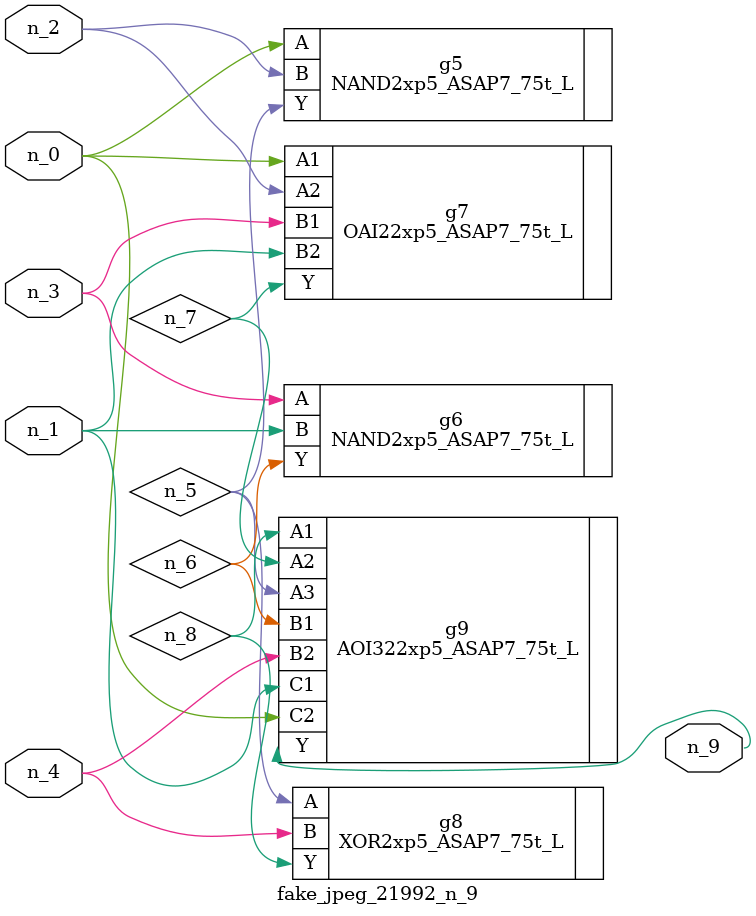
<source format=v>
module fake_jpeg_21992_n_9 (n_3, n_2, n_1, n_0, n_4, n_9);

input n_3;
input n_2;
input n_1;
input n_0;
input n_4;

output n_9;

wire n_8;
wire n_6;
wire n_5;
wire n_7;

NAND2xp5_ASAP7_75t_L g5 ( 
.A(n_0),
.B(n_2),
.Y(n_5)
);

NAND2xp5_ASAP7_75t_L g6 ( 
.A(n_3),
.B(n_1),
.Y(n_6)
);

OAI22xp5_ASAP7_75t_L g7 ( 
.A1(n_0),
.A2(n_2),
.B1(n_3),
.B2(n_1),
.Y(n_7)
);

XOR2xp5_ASAP7_75t_L g8 ( 
.A(n_5),
.B(n_4),
.Y(n_8)
);

AOI322xp5_ASAP7_75t_L g9 ( 
.A1(n_8),
.A2(n_7),
.A3(n_5),
.B1(n_6),
.B2(n_4),
.C1(n_1),
.C2(n_0),
.Y(n_9)
);


endmodule
</source>
